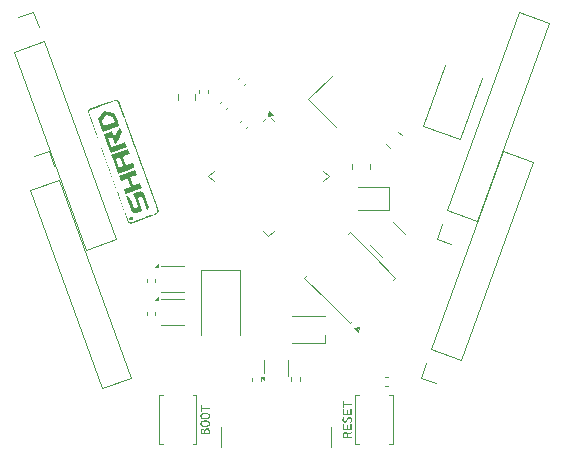
<source format=gbr>
%TF.GenerationSoftware,KiCad,Pcbnew,8.0.4*%
%TF.CreationDate,2024-08-07T12:18:04+02:00*%
%TF.ProjectId,Shard,53686172-642e-46b6-9963-61645f706362,rev?*%
%TF.SameCoordinates,Original*%
%TF.FileFunction,Legend,Top*%
%TF.FilePolarity,Positive*%
%FSLAX46Y46*%
G04 Gerber Fmt 4.6, Leading zero omitted, Abs format (unit mm)*
G04 Created by KiCad (PCBNEW 8.0.4) date 2024-08-07 12:18:04*
%MOMM*%
%LPD*%
G01*
G04 APERTURE LIST*
%ADD10C,0.150000*%
%ADD11C,0.120000*%
%ADD12C,0.000000*%
G04 APERTURE END LIST*
D10*
G36*
X141592000Y-115521367D02*
G01*
X141488831Y-115521367D01*
X141488831Y-115356454D01*
X141485530Y-115314315D01*
X141474273Y-115275278D01*
X141455028Y-115243907D01*
X141423113Y-115217846D01*
X141385753Y-115205582D01*
X141360457Y-115203656D01*
X141320818Y-115208597D01*
X141285212Y-115225257D01*
X141263737Y-115245470D01*
X141242781Y-115281749D01*
X141232068Y-115323647D01*
X141229348Y-115364074D01*
X141229348Y-115519218D01*
X141179913Y-115532309D01*
X141179913Y-115336719D01*
X141181720Y-115294072D01*
X141187140Y-115255231D01*
X141198029Y-115214726D01*
X141216497Y-115174777D01*
X141231302Y-115153244D01*
X141259646Y-115124863D01*
X141293290Y-115104591D01*
X141332235Y-115092428D01*
X141376480Y-115088373D01*
X141419229Y-115091318D01*
X141457546Y-115100154D01*
X141495911Y-115117465D01*
X141528486Y-115142469D01*
X141535726Y-115149922D01*
X141560346Y-115183921D01*
X141577931Y-115224368D01*
X141587548Y-115265048D01*
X141591780Y-115310665D01*
X141592000Y-115324605D01*
X141592000Y-115521367D01*
G37*
G36*
X141592000Y-115623558D02*
G01*
X140816675Y-115623558D01*
X140816675Y-115513551D01*
X141592000Y-115513551D01*
X141592000Y-115623558D01*
G37*
G36*
X141206096Y-115558687D02*
G01*
X141153339Y-115558687D01*
X141153339Y-115330076D01*
X141206096Y-115330076D01*
X141206096Y-115558687D01*
G37*
G36*
X141175614Y-115521367D02*
G01*
X141126180Y-115521367D01*
X141126180Y-115389476D01*
X141122993Y-115350036D01*
X141111012Y-115311880D01*
X141099215Y-115292951D01*
X141068644Y-115268267D01*
X141027854Y-115258696D01*
X141021644Y-115258562D01*
X140982972Y-115265481D01*
X140949584Y-115290332D01*
X140946221Y-115294710D01*
X140928189Y-115332002D01*
X140920771Y-115373255D01*
X140919843Y-115397096D01*
X140919843Y-115519218D01*
X140816675Y-115532309D01*
X140816675Y-115391625D01*
X140818447Y-115349038D01*
X140823764Y-115310228D01*
X140834447Y-115269726D01*
X140852564Y-115229734D01*
X140867087Y-115208150D01*
X140894967Y-115179769D01*
X140932726Y-115157533D01*
X140971973Y-115146383D01*
X141010702Y-115143279D01*
X141052355Y-115148148D01*
X141091930Y-115164977D01*
X141124445Y-115193829D01*
X141132823Y-115204828D01*
X141153508Y-115243530D01*
X141166212Y-115284783D01*
X141172940Y-115326168D01*
X141175447Y-115365570D01*
X141175614Y-115379511D01*
X141175614Y-115521367D01*
G37*
G36*
X141257604Y-114439225D02*
G01*
X141302315Y-114442598D01*
X141343943Y-114448220D01*
X141382488Y-114456089D01*
X141434523Y-114472110D01*
X141479620Y-114493191D01*
X141517779Y-114519330D01*
X141549001Y-114550529D01*
X141573284Y-114586787D01*
X141590629Y-114628104D01*
X141601036Y-114674481D01*
X141604505Y-114725917D01*
X141601036Y-114777388D01*
X141590629Y-114823796D01*
X141573284Y-114865141D01*
X141549001Y-114901424D01*
X141517779Y-114932644D01*
X141479620Y-114958801D01*
X141434523Y-114979895D01*
X141382488Y-114995927D01*
X141343943Y-115003803D01*
X141302315Y-115009428D01*
X141257604Y-115012803D01*
X141209808Y-115013928D01*
X141160688Y-115012803D01*
X141114737Y-115009428D01*
X141071955Y-115003803D01*
X141032341Y-114995927D01*
X140978864Y-114979895D01*
X140932516Y-114958801D01*
X140893299Y-114932644D01*
X140861213Y-114901424D01*
X140836256Y-114865141D01*
X140818431Y-114823796D01*
X140807735Y-114777388D01*
X140804170Y-114725917D01*
X140904212Y-114725917D01*
X140908987Y-114766400D01*
X140928385Y-114809413D01*
X140962705Y-114843993D01*
X141000904Y-114865584D01*
X141048654Y-114881777D01*
X141090733Y-114890380D01*
X141138184Y-114895946D01*
X141191007Y-114898477D01*
X141209808Y-114898645D01*
X141262466Y-114897127D01*
X141309945Y-114892573D01*
X141352244Y-114884982D01*
X141400586Y-114870138D01*
X141439719Y-114849897D01*
X141469645Y-114824257D01*
X141494104Y-114784617D01*
X141504175Y-114736544D01*
X141504463Y-114725917D01*
X141499859Y-114685479D01*
X141481155Y-114642515D01*
X141448064Y-114607974D01*
X141411232Y-114586408D01*
X141365193Y-114570233D01*
X141324620Y-114561640D01*
X141278868Y-114556079D01*
X141227936Y-114553552D01*
X141209808Y-114553384D01*
X141155195Y-114554900D01*
X141105953Y-114559449D01*
X141062083Y-114567031D01*
X141023585Y-114577646D01*
X140980611Y-114596517D01*
X140947186Y-114620779D01*
X140918835Y-114658689D01*
X140905405Y-114705024D01*
X140904212Y-114725917D01*
X140804170Y-114725917D01*
X140807735Y-114674481D01*
X140818431Y-114628104D01*
X140836256Y-114586787D01*
X140861213Y-114550529D01*
X140893299Y-114519330D01*
X140932516Y-114493191D01*
X140978864Y-114472110D01*
X141032341Y-114456089D01*
X141071955Y-114448220D01*
X141114737Y-114442598D01*
X141160688Y-114439225D01*
X141209808Y-114438101D01*
X141257604Y-114439225D01*
G37*
G36*
X141257604Y-113783482D02*
G01*
X141302315Y-113786855D01*
X141343943Y-113792476D01*
X141382488Y-113800346D01*
X141434523Y-113816367D01*
X141479620Y-113837448D01*
X141517779Y-113863587D01*
X141549001Y-113894786D01*
X141573284Y-113931044D01*
X141590629Y-113972361D01*
X141601036Y-114018738D01*
X141604505Y-114070174D01*
X141601036Y-114121644D01*
X141590629Y-114168052D01*
X141573284Y-114209398D01*
X141549001Y-114245680D01*
X141517779Y-114276900D01*
X141479620Y-114303058D01*
X141434523Y-114324152D01*
X141382488Y-114340184D01*
X141343943Y-114348059D01*
X141302315Y-114353685D01*
X141257604Y-114357060D01*
X141209808Y-114358185D01*
X141160688Y-114357060D01*
X141114737Y-114353685D01*
X141071955Y-114348059D01*
X141032341Y-114340184D01*
X140978864Y-114324152D01*
X140932516Y-114303058D01*
X140893299Y-114276900D01*
X140861213Y-114245680D01*
X140836256Y-114209398D01*
X140818431Y-114168052D01*
X140807735Y-114121644D01*
X140804170Y-114070174D01*
X140904212Y-114070174D01*
X140908987Y-114110657D01*
X140928385Y-114153670D01*
X140962705Y-114188250D01*
X141000904Y-114209841D01*
X141048654Y-114226034D01*
X141090733Y-114234637D01*
X141138184Y-114240203D01*
X141191007Y-114242733D01*
X141209808Y-114242902D01*
X141262466Y-114241384D01*
X141309945Y-114236830D01*
X141352244Y-114229239D01*
X141400586Y-114214395D01*
X141439719Y-114194154D01*
X141469645Y-114168514D01*
X141494104Y-114128874D01*
X141504175Y-114080800D01*
X141504463Y-114070174D01*
X141499859Y-114029736D01*
X141481155Y-113986771D01*
X141448064Y-113952231D01*
X141411232Y-113930664D01*
X141365193Y-113914489D01*
X141324620Y-113905896D01*
X141278868Y-113900336D01*
X141227936Y-113897809D01*
X141209808Y-113897640D01*
X141155195Y-113899157D01*
X141105953Y-113903706D01*
X141062083Y-113911288D01*
X141023585Y-113921903D01*
X140980611Y-113940774D01*
X140947186Y-113965036D01*
X140918835Y-114002946D01*
X140905405Y-114049281D01*
X140904212Y-114070174D01*
X140804170Y-114070174D01*
X140807735Y-114018738D01*
X140818431Y-113972361D01*
X140836256Y-113931044D01*
X140861213Y-113894786D01*
X140893299Y-113863587D01*
X140932516Y-113837448D01*
X140978864Y-113816367D01*
X141032341Y-113800346D01*
X141071955Y-113792476D01*
X141114737Y-113786855D01*
X141160688Y-113783482D01*
X141209808Y-113782358D01*
X141257604Y-113783482D01*
G37*
G36*
X141592000Y-113469532D02*
G01*
X140816675Y-113469532D01*
X140816675Y-113359525D01*
X141592000Y-113359525D01*
X141592000Y-113469532D01*
G37*
G36*
X140919843Y-113700292D02*
G01*
X140816675Y-113700292D01*
X140816675Y-113128764D01*
X140919843Y-113128764D01*
X140919843Y-113700292D01*
G37*
G36*
X153311874Y-115850180D02*
G01*
X153208706Y-115850180D01*
X153208706Y-115684290D01*
X153204711Y-115642706D01*
X153191243Y-115605135D01*
X153174903Y-115582294D01*
X153142796Y-115558637D01*
X153105203Y-115547504D01*
X153079745Y-115545756D01*
X153040751Y-115549324D01*
X153001916Y-115563026D01*
X152976187Y-115582294D01*
X152952656Y-115616755D01*
X152941582Y-115657037D01*
X152939843Y-115684290D01*
X152939843Y-115848031D01*
X152836675Y-115861122D01*
X152836675Y-115684290D01*
X152838804Y-115640659D01*
X152845193Y-115600915D01*
X152858029Y-115559461D01*
X152876662Y-115523300D01*
X152897247Y-115496516D01*
X152930611Y-115467537D01*
X152965013Y-115448972D01*
X153004278Y-115436746D01*
X153048404Y-115430860D01*
X153068803Y-115430278D01*
X153110354Y-115432606D01*
X153154210Y-115441210D01*
X153193092Y-115456152D01*
X153227001Y-115477434D01*
X153248175Y-115496516D01*
X153272995Y-115528142D01*
X153291719Y-115565059D01*
X153304347Y-115607269D01*
X153310319Y-115647660D01*
X153311874Y-115684290D01*
X153311874Y-115850180D01*
G37*
G36*
X153612000Y-115952371D02*
G01*
X152836675Y-115952371D01*
X152836675Y-115842560D01*
X153612000Y-115842560D01*
X153612000Y-115952371D01*
G37*
G36*
X153612000Y-115533641D02*
G01*
X153242314Y-115708324D01*
X153242314Y-115587570D01*
X153612000Y-115401750D01*
X153612000Y-115533641D01*
G37*
G36*
X153612000Y-115285686D02*
G01*
X152836675Y-115285686D01*
X152836675Y-115175679D01*
X153612000Y-115175679D01*
X153612000Y-115285686D01*
G37*
G36*
X153612000Y-115285686D02*
G01*
X153508831Y-115285686D01*
X153508831Y-114769063D01*
X153612000Y-114769063D01*
X153612000Y-115285686D01*
G37*
G36*
X153274358Y-115285686D02*
G01*
X153171190Y-115285686D01*
X153171190Y-114867933D01*
X153274358Y-114867933D01*
X153274358Y-115285686D01*
G37*
G36*
X152939843Y-115285686D02*
G01*
X152836675Y-115285686D01*
X152836675Y-114769063D01*
X152939843Y-114769063D01*
X152939843Y-115285686D01*
G37*
G36*
X153624505Y-114415009D02*
G01*
X153623455Y-114455813D01*
X153620307Y-114494937D01*
X153614419Y-114536035D01*
X153613758Y-114539671D01*
X153605257Y-114578440D01*
X153593140Y-114618470D01*
X153582104Y-114646942D01*
X153471706Y-114632678D01*
X153486624Y-114595343D01*
X153500257Y-114555201D01*
X153510981Y-114516028D01*
X153518657Y-114477575D01*
X153523396Y-114436469D01*
X153524463Y-114406216D01*
X153522330Y-114366144D01*
X153513930Y-114325647D01*
X153497498Y-114292106D01*
X153465854Y-114265178D01*
X153425163Y-114254920D01*
X153415042Y-114254590D01*
X153375192Y-114261574D01*
X153339732Y-114285389D01*
X153317246Y-114317445D01*
X153313046Y-114326105D01*
X153251692Y-114461317D01*
X153232690Y-114498772D01*
X153209094Y-114535391D01*
X153183149Y-114566167D01*
X153164547Y-114583439D01*
X153130269Y-114605902D01*
X153091182Y-114620045D01*
X153051893Y-114625660D01*
X153037931Y-114626035D01*
X152995515Y-114623090D01*
X152952442Y-114612511D01*
X152915134Y-114594238D01*
X152883590Y-114568272D01*
X152880053Y-114564486D01*
X152855604Y-114530524D01*
X152838140Y-114490187D01*
X152828590Y-114449663D01*
X152824388Y-114404258D01*
X152824170Y-114390389D01*
X152825994Y-114347643D01*
X152831465Y-114307772D01*
X152841822Y-114266842D01*
X152847226Y-114251464D01*
X152864461Y-114214045D01*
X152887343Y-114177504D01*
X152912767Y-114145368D01*
X152922258Y-114134814D01*
X153000220Y-114211799D01*
X152975402Y-114244240D01*
X152954226Y-114277946D01*
X152942383Y-114302071D01*
X152929961Y-114339540D01*
X152924496Y-114378431D01*
X152924212Y-114389803D01*
X152928058Y-114428702D01*
X152943686Y-114467202D01*
X152951567Y-114477535D01*
X152985468Y-114500689D01*
X153025870Y-114508287D01*
X153032460Y-114508407D01*
X153072514Y-114501243D01*
X153094205Y-114488086D01*
X153120653Y-114457205D01*
X153136605Y-114428296D01*
X153190339Y-114313990D01*
X153208615Y-114277960D01*
X153230716Y-114241705D01*
X153257127Y-114207195D01*
X153281979Y-114182099D01*
X153316592Y-114158297D01*
X153356931Y-114143310D01*
X153398129Y-114137360D01*
X153412893Y-114136963D01*
X153456692Y-114140263D01*
X153495423Y-114150165D01*
X153533482Y-114169564D01*
X153564922Y-114197585D01*
X153571748Y-114205937D01*
X153592305Y-114239517D01*
X153607812Y-114279903D01*
X153617086Y-114319937D01*
X153622650Y-114364973D01*
X153624453Y-114406322D01*
X153624505Y-114415009D01*
G37*
G36*
X153612000Y-113974199D02*
G01*
X152836675Y-113974199D01*
X152836675Y-113864193D01*
X153612000Y-113864193D01*
X153612000Y-113974199D01*
G37*
G36*
X153612000Y-113974199D02*
G01*
X153508831Y-113974199D01*
X153508831Y-113457577D01*
X153612000Y-113457577D01*
X153612000Y-113974199D01*
G37*
G36*
X153274358Y-113974199D02*
G01*
X153171190Y-113974199D01*
X153171190Y-113556447D01*
X153274358Y-113556447D01*
X153274358Y-113974199D01*
G37*
G36*
X152939843Y-113974199D02*
G01*
X152836675Y-113974199D01*
X152836675Y-113457577D01*
X152939843Y-113457577D01*
X152939843Y-113974199D01*
G37*
G36*
X153612000Y-113131659D02*
G01*
X152836675Y-113131659D01*
X152836675Y-113021652D01*
X153612000Y-113021652D01*
X153612000Y-113131659D01*
G37*
G36*
X152939843Y-113362420D02*
G01*
X152836675Y-113362420D01*
X152836675Y-112790892D01*
X152939843Y-112790892D01*
X152939843Y-113362420D01*
G37*
D11*
%TO.C,D4*%
X151370000Y-107875000D02*
X151370000Y-107225000D01*
X151370000Y-107875000D02*
X148530000Y-107875000D01*
X151370000Y-105575000D02*
X148530000Y-105575000D01*
%TO.C,D2*%
X159649016Y-89508988D02*
X161533547Y-84331282D01*
X159649016Y-89508988D02*
X162750002Y-90637654D01*
X162750002Y-90637654D02*
X164634533Y-85459948D01*
%TO.C,J5*%
X126347187Y-94977379D02*
X128846770Y-94067607D01*
X126347187Y-94977379D02*
X132448827Y-111741497D01*
X126707726Y-92079293D02*
X127957517Y-91624406D01*
X127957517Y-91624406D02*
X128412404Y-92874197D01*
X128846770Y-94067607D02*
X134948409Y-110831723D01*
X132448827Y-111741497D02*
X134948409Y-110831723D01*
%TO.C,J4*%
X125028456Y-83215560D02*
X127528039Y-82305788D01*
X125028456Y-83215560D02*
X131130096Y-99979678D01*
X125388995Y-80317474D02*
X126638786Y-79862587D01*
X126638786Y-79862587D02*
X127093673Y-81112378D01*
X127528039Y-82305788D02*
X133629678Y-99069904D01*
X131130096Y-99979678D02*
X133629678Y-99069904D01*
%TO.C,C8*%
X144346693Y-88994190D02*
X144194190Y-89146693D01*
X144855810Y-89503307D02*
X144703307Y-89655810D01*
%TO.C,R2*%
X148445000Y-111103641D02*
X148445000Y-110796359D01*
X149205000Y-111103641D02*
X149205000Y-110796359D01*
%TO.C,D1*%
X140850000Y-101715001D02*
X140850000Y-107225001D01*
X144150000Y-101715001D02*
X140850000Y-101715001D01*
X144150000Y-101715001D02*
X144150000Y-107225001D01*
%TO.C,R4*%
X156703641Y-110770000D02*
X156396359Y-110770000D01*
X156703641Y-111530000D02*
X156396359Y-111530000D01*
%TO.C,BOOT*%
X137330000Y-112330000D02*
X137630000Y-112330000D01*
X137330000Y-116470000D02*
X137330000Y-112330000D01*
X137630000Y-116470000D02*
X137330000Y-116470000D01*
X140170000Y-112330000D02*
X140470000Y-112330000D01*
X140470000Y-112330000D02*
X140470000Y-116470000D01*
X140470000Y-116470000D02*
X140170000Y-116470000D01*
%TO.C,U2*%
X146210000Y-109350000D02*
X146210000Y-110400000D01*
X148190000Y-109350000D02*
X148190000Y-110650000D01*
X146210000Y-111050000D02*
X145930000Y-110770000D01*
X146210000Y-110770000D01*
X146210000Y-111050000D01*
G36*
X146210000Y-111050000D02*
G01*
X145930000Y-110770000D01*
X146210000Y-110770000D01*
X146210000Y-111050000D01*
G37*
%TO.C,C2*%
X136240000Y-102517164D02*
X136240000Y-102732836D01*
X136960000Y-102517164D02*
X136960000Y-102732836D01*
%TO.C,J2*%
X159470322Y-110844904D02*
X159925209Y-109595113D01*
X160359574Y-108401705D02*
X166461214Y-91637587D01*
X160720113Y-111299791D02*
X159470322Y-110844904D01*
X162859157Y-109311477D02*
X160359574Y-108401705D01*
X162859157Y-109311477D02*
X168960796Y-92547361D01*
X168960796Y-92547361D02*
X166461214Y-91637587D01*
%TO.C,C5*%
X138890000Y-86813747D02*
X138890000Y-87336253D01*
X140360000Y-86813747D02*
X140360000Y-87336253D01*
%TO.C,U3*%
X137437500Y-101390000D02*
X139437500Y-101390000D01*
X137437500Y-103610000D02*
X139437500Y-103610000D01*
X137197500Y-101490000D02*
X136917500Y-101490000D01*
X137197500Y-101210000D01*
X137197500Y-101490000D01*
G36*
X137197500Y-101490000D02*
G01*
X136917500Y-101490000D01*
X137197500Y-101210000D01*
X137197500Y-101490000D01*
G37*
%TO.C,U5*%
X149600865Y-102356572D02*
X149784713Y-102172724D01*
X151527731Y-104283438D02*
X149600865Y-102356572D01*
X151527731Y-104283438D02*
X153454597Y-106210304D01*
X153454597Y-98502840D02*
X153270749Y-98686688D01*
X153454597Y-106210304D02*
X153638445Y-106026456D01*
X155381463Y-100429706D02*
X153454597Y-98502840D01*
X155381463Y-100429706D02*
X157308329Y-102356572D01*
X157308329Y-102356572D02*
X157124481Y-102540420D01*
X154128116Y-106982818D02*
X153788705Y-106643407D01*
X154191756Y-106579767D01*
X154128116Y-106982818D01*
G36*
X154128116Y-106982818D02*
G01*
X153788705Y-106643407D01*
X154191756Y-106579767D01*
X154128116Y-106982818D01*
G37*
%TO.C,C20*%
X143983601Y-85532282D02*
X144136104Y-85379779D01*
X144492718Y-86041399D02*
X144645221Y-85888896D01*
%TO.C,Y1*%
X149932017Y-87271967D02*
X152265470Y-89605420D01*
X151911916Y-85292068D02*
X149932017Y-87271967D01*
%TO.C,C7*%
X142596693Y-87444190D02*
X142444190Y-87596693D01*
X143105810Y-87953307D02*
X142953307Y-88105810D01*
%TO.C,RESET*%
X153930000Y-112330000D02*
X154230000Y-112330000D01*
X153930000Y-116470000D02*
X153930000Y-112330000D01*
X154230000Y-116470000D02*
X153930000Y-116470000D01*
X156770000Y-112330000D02*
X157070000Y-112330000D01*
X157070000Y-112330000D02*
X157070000Y-116470000D01*
X157070000Y-116470000D02*
X156770000Y-116470000D01*
%TO.C,R5*%
X156203630Y-100579889D02*
X155180111Y-99556370D01*
X158119889Y-98663630D02*
X157096370Y-97640111D01*
%TO.C,U1*%
X141454237Y-93759548D02*
X141913856Y-93299929D01*
X141913856Y-94219167D02*
X141454237Y-93759548D01*
X146099929Y-89113856D02*
X146389842Y-88823943D01*
X146099929Y-98405240D02*
X146559548Y-98864859D01*
X146559548Y-98864859D02*
X147019167Y-98405240D01*
X147019167Y-89113856D02*
X146771680Y-88866369D01*
X151205240Y-93299929D02*
X151664859Y-93759548D01*
X151664859Y-93759548D02*
X151205240Y-94219167D01*
X146962599Y-88590597D02*
X146559548Y-88654237D01*
X146623188Y-88251186D01*
X146962599Y-88590597D01*
G36*
X146962599Y-88590597D02*
G01*
X146559548Y-88654237D01*
X146623188Y-88251186D01*
X146962599Y-88590597D01*
G37*
%TO.C,C6*%
X140715000Y-86492163D02*
X140715000Y-86707835D01*
X141435000Y-86492163D02*
X141435000Y-86707835D01*
%TO.C,R1*%
X145195000Y-110821359D02*
X145195000Y-111128641D01*
X145955000Y-110821359D02*
X145955000Y-111128641D01*
%TO.C,U4*%
X137437500Y-104165000D02*
X139437500Y-104165000D01*
X137437500Y-106385000D02*
X139437500Y-106385000D01*
X137197500Y-104265000D02*
X136917500Y-104265000D01*
X137197500Y-103985000D01*
X137197500Y-104265000D01*
G36*
X137197500Y-104265000D02*
G01*
X136917500Y-104265000D01*
X137197500Y-103985000D01*
X137197500Y-104265000D01*
G37*
D12*
%TO.C,G\u002A\u002A\u002A*%
G36*
X135064219Y-97239073D02*
G01*
X135099508Y-97323407D01*
X135072970Y-97427469D01*
X135061552Y-97445334D01*
X134975271Y-97511011D01*
X134872597Y-97513465D01*
X134794785Y-97463024D01*
X134766000Y-97377915D01*
X134788588Y-97281372D01*
X134851872Y-97211261D01*
X134867848Y-97203967D01*
X134982025Y-97193060D01*
X135064219Y-97239073D01*
G37*
G36*
X135360381Y-93440364D02*
G01*
X135434921Y-93645161D01*
X135150301Y-93761070D01*
X134865682Y-93876979D01*
X134993863Y-94229153D01*
X135122044Y-94581328D01*
X135419930Y-94472906D01*
X135717817Y-94364484D01*
X135792358Y-94569281D01*
X135866898Y-94774079D01*
X135159416Y-95031581D01*
X134451935Y-95289083D01*
X134377395Y-95084286D01*
X134302855Y-94879488D01*
X134600742Y-94771066D01*
X134898628Y-94662644D01*
X134769877Y-94308904D01*
X134641126Y-93955163D01*
X134343240Y-94063585D01*
X134045352Y-94172007D01*
X133963737Y-93947770D01*
X133882121Y-93723533D01*
X134583981Y-93479549D01*
X135285842Y-93235566D01*
X135360381Y-93440364D01*
G37*
G36*
X133994237Y-89674652D02*
G01*
X134037540Y-89758093D01*
X134075748Y-89852936D01*
X134154878Y-90070342D01*
X133869119Y-90588623D01*
X133583359Y-91106902D01*
X133443949Y-90781802D01*
X133304538Y-90456702D01*
X133142118Y-90502852D01*
X132979698Y-90549001D01*
X133122781Y-90942119D01*
X133265864Y-91335236D01*
X133861638Y-91118392D01*
X134457412Y-90901548D01*
X134531952Y-91106346D01*
X134606492Y-91311142D01*
X133899011Y-91568646D01*
X133191529Y-91826147D01*
X132900145Y-91025576D01*
X132608761Y-90225005D01*
X132979343Y-90090124D01*
X133349925Y-89955243D01*
X133441006Y-90170995D01*
X133532087Y-90386746D01*
X133732876Y-90022594D01*
X133818667Y-89871103D01*
X133892585Y-89748128D01*
X133945296Y-89668760D01*
X133965142Y-89646985D01*
X133994237Y-89674652D01*
G37*
G36*
X133101967Y-88305731D02*
G01*
X133526220Y-88401049D01*
X133732662Y-88936309D01*
X133804985Y-89128927D01*
X133863924Y-89295770D01*
X133904787Y-89422753D01*
X133922884Y-89495797D01*
X133922708Y-89506730D01*
X133881911Y-89530862D01*
X133778488Y-89576569D01*
X133624514Y-89638952D01*
X133432062Y-89713115D01*
X133246653Y-89781834D01*
X133223655Y-89790358D01*
X132540997Y-90038825D01*
X132334512Y-89470908D01*
X132193675Y-89083553D01*
X132467403Y-89083553D01*
X132539591Y-89316380D01*
X132611779Y-89549208D01*
X133097622Y-89372376D01*
X133583465Y-89195543D01*
X133503364Y-88975465D01*
X133423262Y-88755388D01*
X133122850Y-88690026D01*
X132822438Y-88624664D01*
X132644921Y-88854109D01*
X132467403Y-89083553D01*
X132193675Y-89083553D01*
X132128025Y-88902991D01*
X132402869Y-88556702D01*
X132677713Y-88210414D01*
X133101967Y-88305731D01*
G37*
G36*
X134723400Y-91690278D02*
G01*
X134797942Y-91895075D01*
X134513322Y-92010984D01*
X134228703Y-92126893D01*
X134356314Y-92477501D01*
X134483925Y-92828109D01*
X134776460Y-92733951D01*
X135068997Y-92639793D01*
X135148263Y-92823405D01*
X135190793Y-92935713D01*
X135211556Y-93019005D01*
X135210676Y-93043159D01*
X135169725Y-93067605D01*
X135066154Y-93113592D01*
X134912050Y-93176200D01*
X134719497Y-93250514D01*
X134511166Y-93327766D01*
X134238103Y-93427153D01*
X133828509Y-93576233D01*
X133536825Y-92774840D01*
X133378776Y-92340605D01*
X133631788Y-92340605D01*
X133760539Y-92694346D01*
X133889290Y-93048086D01*
X134075470Y-92980323D01*
X134261649Y-92912559D01*
X134132898Y-92558818D01*
X134004147Y-92205077D01*
X133817968Y-92272841D01*
X133631788Y-92340605D01*
X133378776Y-92340605D01*
X133245142Y-91973447D01*
X133947002Y-91729464D01*
X134648861Y-91485480D01*
X134723400Y-91690278D01*
G37*
G36*
X135824790Y-95078974D02*
G01*
X135872617Y-95101111D01*
X136010685Y-95169130D01*
X136227640Y-95765209D01*
X136444595Y-96361288D01*
X136371840Y-96508969D01*
X136299086Y-96656650D01*
X136095970Y-96098593D01*
X136001319Y-95846852D01*
X135926799Y-95667621D01*
X135870747Y-95557210D01*
X135831907Y-95512115D01*
X135756472Y-95506164D01*
X135649723Y-95528273D01*
X135630434Y-95534843D01*
X135489908Y-95585990D01*
X135686308Y-96157580D01*
X135882709Y-96729166D01*
X135616396Y-96838494D01*
X135470752Y-96894942D01*
X135369692Y-96921375D01*
X135286039Y-96921406D01*
X135192614Y-96898650D01*
X135184008Y-96895985D01*
X135017933Y-96844150D01*
X134761117Y-96138553D01*
X134504300Y-95432955D01*
X134643614Y-95471468D01*
X134782927Y-95509981D01*
X134972233Y-95997804D01*
X135161537Y-96485627D01*
X135342539Y-96432601D01*
X135523540Y-96379575D01*
X135319506Y-95818996D01*
X135115472Y-95258419D01*
X135425011Y-95145756D01*
X135580271Y-95091239D01*
X135683888Y-95063410D01*
X135758010Y-95060057D01*
X135824790Y-95078974D01*
G37*
G36*
X133767579Y-87342113D02*
G01*
X133901476Y-87404550D01*
X135591873Y-92048878D01*
X137282271Y-96693207D01*
X137219834Y-96827104D01*
X137157396Y-96961001D01*
X136031856Y-97370664D01*
X134906318Y-97780326D01*
X134772421Y-97717889D01*
X134638525Y-97655452D01*
X132948127Y-93011123D01*
X131257730Y-88366795D01*
X131276441Y-88326668D01*
X131378243Y-88326668D01*
X131383015Y-88363935D01*
X131394312Y-88416170D01*
X131413500Y-88487315D01*
X131441945Y-88581320D01*
X131481014Y-88702129D01*
X131532071Y-88853691D01*
X131596483Y-89039951D01*
X131675616Y-89264855D01*
X131770835Y-89532349D01*
X131883506Y-89846382D01*
X132014996Y-90210898D01*
X132166670Y-90629844D01*
X132339894Y-91107168D01*
X132536034Y-91646814D01*
X132756455Y-92252731D01*
X133002524Y-92928864D01*
X133022599Y-92984019D01*
X133270735Y-93665715D01*
X133493270Y-94276838D01*
X133691694Y-94821285D01*
X133867496Y-95302960D01*
X134022168Y-95725762D01*
X134157200Y-96093594D01*
X134274082Y-96410356D01*
X134374304Y-96679949D01*
X134459359Y-96906275D01*
X134530734Y-97093234D01*
X134589921Y-97244728D01*
X134638411Y-97364657D01*
X134677693Y-97456924D01*
X134709259Y-97525429D01*
X134734598Y-97574072D01*
X134755203Y-97606757D01*
X134772561Y-97627383D01*
X134788163Y-97639852D01*
X134803502Y-97648064D01*
X134804717Y-97648632D01*
X134837045Y-97661069D01*
X134874837Y-97666388D01*
X134926756Y-97662047D01*
X135001459Y-97645501D01*
X135107609Y-97614208D01*
X135253868Y-97565622D01*
X135448894Y-97497202D01*
X135701351Y-97406402D01*
X136004752Y-97296192D01*
X136320127Y-97181161D01*
X136569210Y-97089365D01*
X136760268Y-97017185D01*
X136901572Y-96961003D01*
X137001393Y-96917201D01*
X137068000Y-96882159D01*
X137109660Y-96852258D01*
X137134646Y-96823882D01*
X137150576Y-96794809D01*
X137157186Y-96778759D01*
X137161369Y-96759583D01*
X137161756Y-96733335D01*
X137156985Y-96696067D01*
X137145688Y-96643833D01*
X137126500Y-96572687D01*
X137098054Y-96478683D01*
X137058987Y-96357872D01*
X137007929Y-96206311D01*
X136943517Y-96020052D01*
X136864385Y-95795147D01*
X136769165Y-95527653D01*
X136656493Y-95213621D01*
X136525004Y-94849104D01*
X136373330Y-94430158D01*
X136200106Y-93952834D01*
X136003967Y-93413187D01*
X135783545Y-92807271D01*
X135537476Y-92131138D01*
X135517402Y-92075984D01*
X135269265Y-91394287D01*
X135046729Y-90783163D01*
X134848306Y-90238717D01*
X134672504Y-89757042D01*
X134517832Y-89334240D01*
X134382800Y-88966408D01*
X134265919Y-88649646D01*
X134165695Y-88380053D01*
X134080642Y-88153727D01*
X134009267Y-87966768D01*
X133950079Y-87815274D01*
X133901590Y-87695345D01*
X133862307Y-87603078D01*
X133830741Y-87534573D01*
X133805401Y-87485929D01*
X133784798Y-87453245D01*
X133767440Y-87432619D01*
X133751836Y-87420150D01*
X133736498Y-87411938D01*
X133735284Y-87411370D01*
X133702955Y-87398933D01*
X133665162Y-87393613D01*
X133613245Y-87397955D01*
X133538541Y-87414501D01*
X133432390Y-87445795D01*
X133286133Y-87494380D01*
X133091107Y-87562800D01*
X132838649Y-87653601D01*
X132535249Y-87763810D01*
X132219873Y-87878841D01*
X131970791Y-87970637D01*
X131779732Y-88042817D01*
X131638427Y-88098999D01*
X131538607Y-88142802D01*
X131472001Y-88177844D01*
X131430340Y-88207744D01*
X131405354Y-88236120D01*
X131389424Y-88265193D01*
X131382814Y-88281243D01*
X131378632Y-88300419D01*
X131378243Y-88326668D01*
X131276441Y-88326668D01*
X131320167Y-88232898D01*
X131382603Y-88098999D01*
X132508143Y-87689338D01*
X133633681Y-87279675D01*
X133767579Y-87342113D01*
G37*
D11*
%TO.C,J3*%
X160795322Y-99069905D02*
X161250209Y-97820113D01*
X161684573Y-96626703D02*
X167786214Y-79862587D01*
X162045113Y-99524791D02*
X160795322Y-99069905D01*
X164184157Y-97536478D02*
X161684573Y-96626703D01*
X164184157Y-97536478D02*
X170285796Y-80772360D01*
X170285796Y-80772360D02*
X167786214Y-79862587D01*
%TO.C,R3*%
X153675000Y-92700436D02*
X153675000Y-93154564D01*
X155145000Y-92700436D02*
X155145000Y-93154564D01*
%TO.C,C14*%
X136265000Y-105292164D02*
X136265000Y-105507836D01*
X136985000Y-105292164D02*
X136985000Y-105507836D01*
%TO.C,R12*%
X156524483Y-91043930D02*
X156845600Y-91365047D01*
X157563930Y-90004483D02*
X157885047Y-90325600D01*
%TO.C,J1*%
X142540000Y-116730000D02*
X142540000Y-115030000D01*
X151880000Y-116730000D02*
X151880000Y-115030000D01*
%TO.C,D3*%
X154122499Y-96591000D02*
X156807498Y-96591000D01*
X156807498Y-94671000D02*
X154122499Y-94671000D01*
X156807498Y-96591000D02*
X156807498Y-94671000D01*
%TD*%
M02*

</source>
